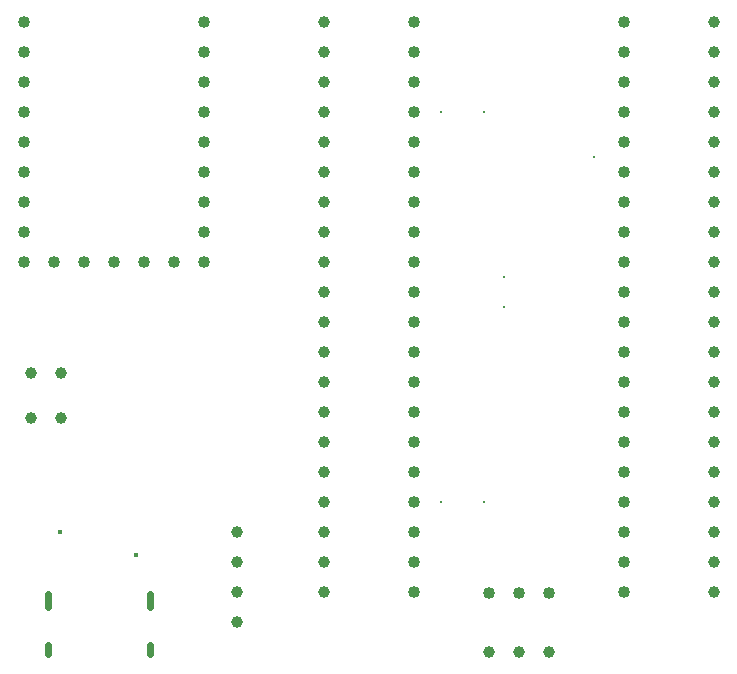
<source format=gbr>
%TF.GenerationSoftware,KiCad,Pcbnew,9.0.6*%
%TF.CreationDate,2025-11-14T19:53:10-08:00*%
%TF.ProjectId,SD-WSPICODB,53442d57-5350-4494-934f-44422e6b6963,R1.0*%
%TF.SameCoordinates,Original*%
%TF.FileFunction,Plated,1,2,PTH,Mixed*%
%TF.FilePolarity,Positive*%
%FSLAX46Y46*%
G04 Gerber Fmt 4.6, Leading zero omitted, Abs format (unit mm)*
G04 Created by KiCad (PCBNEW 9.0.6) date 2025-11-14 19:53:10*
%MOMM*%
%LPD*%
G01*
G04 APERTURE LIST*
%TA.AperFunction,ViaDrill*%
%ADD10C,0.300000*%
%TD*%
%TA.AperFunction,ViaDrill*%
%ADD11C,0.381000*%
%TD*%
G04 aperture for slot hole*
%TA.AperFunction,ComponentDrill*%
%ADD12C,0.600000*%
%TD*%
%TA.AperFunction,ComponentDrill*%
%ADD13C,1.000000*%
%TD*%
%TA.AperFunction,ComponentDrill*%
%ADD14C,1.020000*%
%TD*%
G04 APERTURE END LIST*
D10*
X106426000Y-58420000D03*
X106426000Y-91440000D03*
X110109000Y-58420000D03*
X110109000Y-91440000D03*
X111760000Y-72390000D03*
X111760000Y-74930000D03*
X119380000Y-62230000D03*
D11*
X74168000Y-93980000D03*
X80640000Y-95900000D03*
D12*
%TO.C,J5*%
X73155000Y-100310000D02*
X73155000Y-99210000D01*
X73155000Y-104340000D02*
X73155000Y-103540000D01*
X81795000Y-100310000D02*
X81795000Y-99210000D01*
X81795000Y-104340000D02*
X81795000Y-103540000D01*
D13*
%TO.C,J4*%
X71750000Y-80530000D03*
%TO.C,J6*%
X71750000Y-84300000D03*
%TO.C,J4*%
X74290000Y-80530000D03*
%TO.C,J6*%
X74290000Y-84300000D03*
%TO.C,J2*%
X89154000Y-93980000D03*
X89154000Y-96520001D03*
X89154000Y-99060000D03*
X89154000Y-101600000D03*
%TO.C,J1*%
X96520000Y-50800000D03*
X96520000Y-53340000D03*
X96520000Y-55880000D03*
X96520000Y-58420000D03*
X96520000Y-60960000D03*
X96520000Y-63500000D03*
X96520000Y-66040000D03*
X96520000Y-68580000D03*
X96520000Y-71120000D03*
X96520000Y-73660000D03*
X96520000Y-76200000D03*
X96520000Y-78740000D03*
X96520000Y-81280000D03*
X96520000Y-83820000D03*
X96520000Y-86360000D03*
X96520000Y-88900000D03*
X96520000Y-91440000D03*
X96520000Y-93980000D03*
X96520000Y-96520000D03*
X96520000Y-99060000D03*
%TO.C,J3*%
X110490000Y-104140000D03*
X113030000Y-104140000D03*
X115569999Y-104140000D03*
%TO.C,J8*%
X129540000Y-50800000D03*
X129540000Y-53340000D03*
X129540000Y-55880000D03*
X129540000Y-58420000D03*
X129540000Y-60960000D03*
X129540000Y-63500000D03*
X129540000Y-66040000D03*
X129540000Y-68580000D03*
X129540000Y-71120000D03*
X129540000Y-73660000D03*
X129540000Y-76200000D03*
X129540000Y-78740000D03*
X129540000Y-81280000D03*
X129540000Y-83820000D03*
X129540000Y-86360000D03*
X129540000Y-88900000D03*
X129540000Y-91440000D03*
X129540000Y-93980000D03*
X129540000Y-96520000D03*
X129540000Y-99060000D03*
D14*
%TO.C,U2*%
X71120000Y-50800000D03*
X71120000Y-53340000D03*
X71120000Y-55880000D03*
X71120000Y-58420000D03*
X71120000Y-60960000D03*
X71120000Y-63500000D03*
X71120000Y-66040000D03*
X71120000Y-68580000D03*
X71120000Y-71120000D03*
X73660000Y-71120000D03*
X76200000Y-71120000D03*
X78740000Y-71120001D03*
X81280000Y-71119999D03*
X83820000Y-71120000D03*
X86360000Y-50800000D03*
X86360000Y-53340000D03*
X86360000Y-55880000D03*
X86360000Y-58420000D03*
X86360000Y-60960000D03*
X86360000Y-63500000D03*
X86360000Y-66040000D03*
X86360000Y-68580000D03*
X86360000Y-71120000D03*
%TO.C,U1*%
X104140000Y-50800000D03*
X104140000Y-53340000D03*
X104140000Y-55880000D03*
X104140000Y-58420000D03*
X104140000Y-60960000D03*
X104140000Y-63500000D03*
X104140000Y-66040000D03*
X104140000Y-68580000D03*
X104140000Y-71120000D03*
X104140000Y-73660000D03*
X104140000Y-76200000D03*
X104140000Y-78740000D03*
X104140000Y-81280000D03*
X104140000Y-83820000D03*
X104140000Y-86360000D03*
X104140000Y-88900000D03*
X104140000Y-91440000D03*
X104140000Y-93980000D03*
X104140000Y-96520000D03*
X104140000Y-99060000D03*
X110494000Y-99100000D03*
X113034000Y-99100000D03*
X115574000Y-99100000D03*
X121920000Y-50800000D03*
X121920000Y-53340000D03*
X121920000Y-55880000D03*
X121920000Y-58420000D03*
X121920000Y-60960000D03*
X121920000Y-63500000D03*
X121920000Y-66040000D03*
X121920000Y-68580000D03*
X121920000Y-71120000D03*
X121920000Y-73660000D03*
X121920000Y-76200000D03*
X121920000Y-78740000D03*
X121920000Y-81280000D03*
X121920000Y-83820000D03*
X121920000Y-86360000D03*
X121920000Y-88900000D03*
X121920000Y-91440000D03*
X121920000Y-93980000D03*
X121920000Y-96520000D03*
X121920000Y-99060000D03*
M02*

</source>
